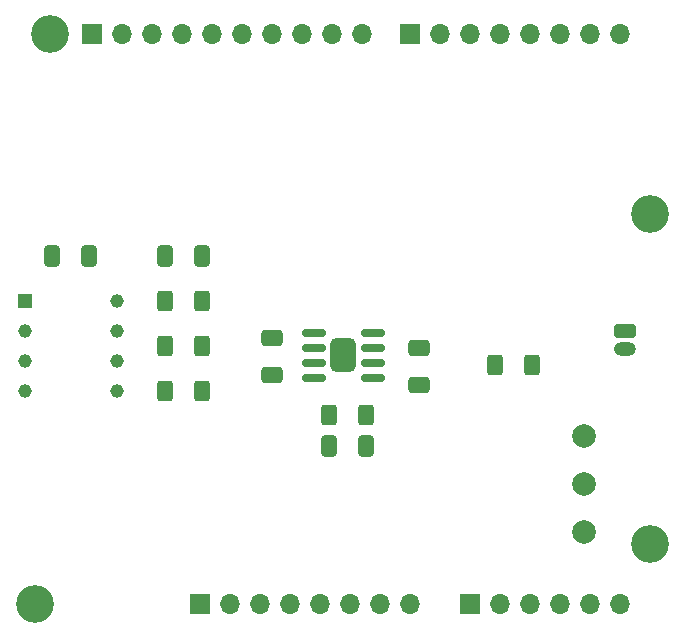
<source format=gbr>
%TF.GenerationSoftware,KiCad,Pcbnew,7.0.11-7.0.11~ubuntu22.04.1*%
%TF.CreationDate,2024-03-05T16:26:23-05:00*%
%TF.ProjectId,PCB,5043422e-6b69-4636-9164-5f7063625858,rev?*%
%TF.SameCoordinates,Original*%
%TF.FileFunction,Soldermask,Top*%
%TF.FilePolarity,Negative*%
%FSLAX46Y46*%
G04 Gerber Fmt 4.6, Leading zero omitted, Abs format (unit mm)*
G04 Created by KiCad (PCBNEW 7.0.11-7.0.11~ubuntu22.04.1) date 2024-03-05 16:26:23*
%MOMM*%
%LPD*%
G01*
G04 APERTURE LIST*
G04 Aperture macros list*
%AMRoundRect*
0 Rectangle with rounded corners*
0 $1 Rounding radius*
0 $2 $3 $4 $5 $6 $7 $8 $9 X,Y pos of 4 corners*
0 Add a 4 corners polygon primitive as box body*
4,1,4,$2,$3,$4,$5,$6,$7,$8,$9,$2,$3,0*
0 Add four circle primitives for the rounded corners*
1,1,$1+$1,$2,$3*
1,1,$1+$1,$4,$5*
1,1,$1+$1,$6,$7*
1,1,$1+$1,$8,$9*
0 Add four rect primitives between the rounded corners*
20,1,$1+$1,$2,$3,$4,$5,0*
20,1,$1+$1,$4,$5,$6,$7,0*
20,1,$1+$1,$6,$7,$8,$9,0*
20,1,$1+$1,$8,$9,$2,$3,0*%
G04 Aperture macros list end*
%ADD10R,1.700000X1.700000*%
%ADD11O,1.700000X1.700000*%
%ADD12C,2.000000*%
%ADD13RoundRect,0.250000X0.400000X0.625000X-0.400000X0.625000X-0.400000X-0.625000X0.400000X-0.625000X0*%
%ADD14RoundRect,0.250000X-0.400000X-0.625000X0.400000X-0.625000X0.400000X0.625000X-0.400000X0.625000X0*%
%ADD15R,1.159000X1.159000*%
%ADD16C,1.159000*%
%ADD17RoundRect,0.250000X-0.412500X-0.650000X0.412500X-0.650000X0.412500X0.650000X-0.412500X0.650000X0*%
%ADD18RoundRect,0.250000X-0.650000X0.412500X-0.650000X-0.412500X0.650000X-0.412500X0.650000X0.412500X0*%
%ADD19RoundRect,0.150000X-0.825000X-0.150000X0.825000X-0.150000X0.825000X0.150000X-0.825000X0.150000X0*%
%ADD20RoundRect,0.550000X-0.550000X-0.900000X0.550000X-0.900000X0.550000X0.900000X-0.550000X0.900000X0*%
%ADD21C,3.200000*%
%ADD22RoundRect,0.250000X0.412500X0.650000X-0.412500X0.650000X-0.412500X-0.650000X0.412500X-0.650000X0*%
%ADD23RoundRect,0.250000X-0.685000X0.335000X-0.685000X-0.335000X0.685000X-0.335000X0.685000X0.335000X0*%
%ADD24O,1.870000X1.170000*%
%ADD25RoundRect,0.250000X0.650000X-0.412500X0.650000X0.412500X-0.650000X0.412500X-0.650000X-0.412500X0*%
G04 APERTURE END LIST*
D10*
%TO.C,J1*%
X127940000Y-97460000D03*
D11*
X130480000Y-97460000D03*
X133020000Y-97460000D03*
X135560000Y-97460000D03*
X138100000Y-97460000D03*
X140640000Y-97460000D03*
X143180000Y-97460000D03*
X145720000Y-97460000D03*
%TD*%
D10*
%TO.C,J3*%
X150800000Y-97460000D03*
D11*
X153340000Y-97460000D03*
X155880000Y-97460000D03*
X158420000Y-97460000D03*
X160960000Y-97460000D03*
X163500000Y-97460000D03*
%TD*%
D10*
%TO.C,J2*%
X118796000Y-49200000D03*
D11*
X121336000Y-49200000D03*
X123876000Y-49200000D03*
X126416000Y-49200000D03*
X128956000Y-49200000D03*
X131496000Y-49200000D03*
X134036000Y-49200000D03*
X136576000Y-49200000D03*
X139116000Y-49200000D03*
X141656000Y-49200000D03*
%TD*%
D10*
%TO.C,J4*%
X145720000Y-49200000D03*
D11*
X148260000Y-49200000D03*
X150800000Y-49200000D03*
X153340000Y-49200000D03*
X155880000Y-49200000D03*
X158420000Y-49200000D03*
X160960000Y-49200000D03*
X163500000Y-49200000D03*
%TD*%
D12*
%TO.C,J8*%
X160401200Y-91350000D03*
%TD*%
D13*
%TO.C,R1*%
X128054500Y-79426000D03*
X124954500Y-79426000D03*
%TD*%
D14*
%TO.C,R3*%
X124954500Y-71806000D03*
X128054500Y-71806000D03*
%TD*%
D15*
%TO.C,U1*%
X113074500Y-71806000D03*
D16*
X113074500Y-74346000D03*
X113074500Y-76886000D03*
X113074500Y-79426000D03*
X120884500Y-79426000D03*
X120884500Y-76886000D03*
X120884500Y-74346000D03*
X120884500Y-71806000D03*
%TD*%
D14*
%TO.C,R5*%
X152933000Y-77267000D03*
X156033000Y-77267000D03*
%TD*%
D17*
%TO.C,C5*%
X115417000Y-67996000D03*
X118542000Y-67996000D03*
%TD*%
D18*
%TO.C,C3*%
X146482000Y-75831500D03*
X146482000Y-78956500D03*
%TD*%
D19*
%TO.C,U2*%
X137595000Y-74485000D03*
X137595000Y-75755000D03*
X137595000Y-77025000D03*
X137595000Y-78295000D03*
X142545000Y-78295000D03*
X142545000Y-77025000D03*
X142545000Y-75755000D03*
X142545000Y-74485000D03*
D20*
X140070000Y-76390000D03*
%TD*%
D21*
%TO.C,MH1*%
X115240000Y-49200000D03*
%TD*%
D17*
%TO.C,C2*%
X138862000Y-84125000D03*
X141987000Y-84125000D03*
%TD*%
D22*
%TO.C,C1*%
X128067000Y-67996000D03*
X124942000Y-67996000D03*
%TD*%
D12*
%TO.C,J5*%
X160401200Y-83250000D03*
%TD*%
D23*
%TO.C,J6*%
X163881000Y-74370000D03*
D24*
X163881000Y-75870000D03*
%TD*%
D12*
%TO.C,J7*%
X160401200Y-87300000D03*
%TD*%
D25*
%TO.C,C4*%
X134036000Y-78067500D03*
X134036000Y-74942500D03*
%TD*%
D14*
%TO.C,R2*%
X124954500Y-75616000D03*
X128054500Y-75616000D03*
%TD*%
D21*
%TO.C,MH2*%
X113970000Y-97460000D03*
%TD*%
%TO.C,MH3*%
X166040000Y-64440000D03*
%TD*%
%TO.C,MH4*%
X166040000Y-92380000D03*
%TD*%
D14*
%TO.C,R4*%
X138836000Y-81458000D03*
X141936000Y-81458000D03*
%TD*%
M02*

</source>
